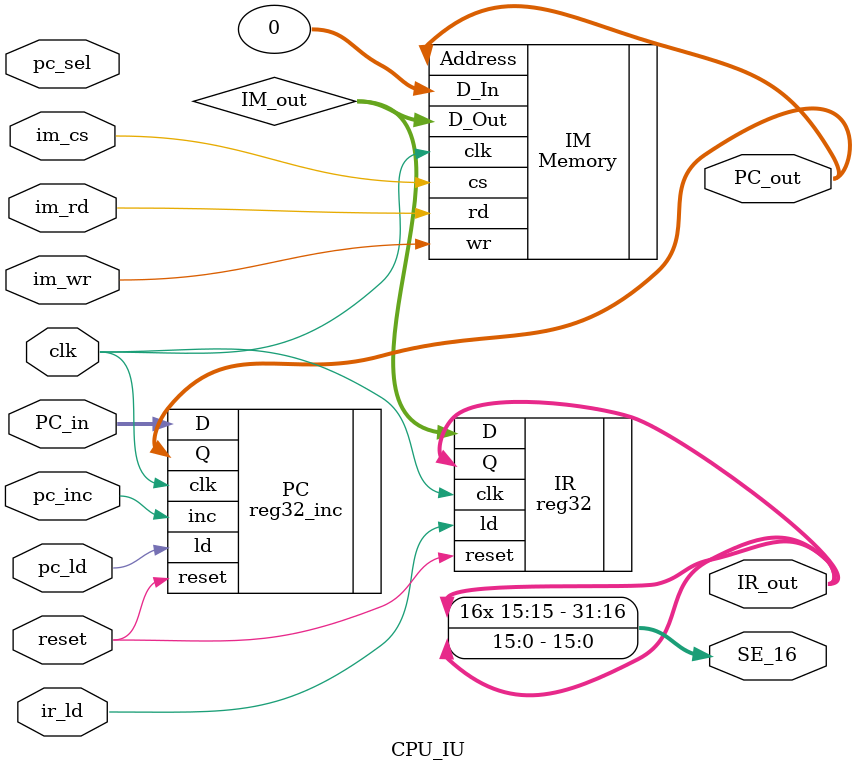
<source format=v>
`timescale 1ns / 1ps
/********************************************************************************
 *
 * Author:   Jesus Luciano & Rosswell Tiongco
 * Filename: CPU_IU.v
 * Date:     3/5/2019
 * Version:  1.1
 * 
 * Notes: 1.0 Instruction unit which contains a Program Counter, Instruction 
 *            Memory, Instruction Register and a sign extended output for
 *            immediate instructions.
 *
 *        1.1 Added PC_mux to select data type to be loaded into PC, controlled
 *            by new pc_sel control signal
 *
 *******************************************************************************/
module CPU_IU(clk, reset, im_cs, im_wr, im_rd, pc_ld, pc_inc, ir_ld, PC_in,
              PC_out, IR_out, SE_16, pc_sel);
              
    input         clk, reset, im_cs, im_wr, im_rd, pc_ld, pc_inc, ir_ld;
    input  [ 1:0] pc_sel;
    input  [31:0] PC_in;
    
    output [31:0] PC_out, IR_out, SE_16;
    
    wire   [31:0] IM_out, PC_mux;
   
    
    //module reg32_inc(clk, reset, ld, inc, D, Q);
    reg32_inc   PC(.clk(clk), .reset(reset), .ld(pc_ld), .inc(pc_inc),
                 .D(PC_in), .Q(PC_out) );

    //instruction mem
    //module Data_Memory(clk, cs, wr, rd, Address, D_In, D_Out);
    Memory IM(.clk(clk), .cs(im_cs), .wr(im_wr), .rd(im_rd),
                   .Address(PC_out), .D_In(32'h0), .D_Out(IM_out) );
    
    //module reg32(clk, reset, ld, D, Q);
    //ir
    reg32       IR(.clk(clk), .reset(reset), .ld(ir_ld), 
                   .D(IM_out), .Q(IR_out) );
    
    //sign externsion of IR for immediate values
    assign SE_16 = {{ 16{IR_out[15]}}, IR_out[15:0]};
    
    //PC_mux to select data to load into PC
    assign PC_mux = (pc_sel == 2'b00) ? (PC_out + {SE_16[29:0], 2'b00}) :
                    (pc_sel == 2'b01) ? {PC_out[31:28], IR_out[25:0], 2'b00} :
                                         PC_in;
    
endmodule

</source>
